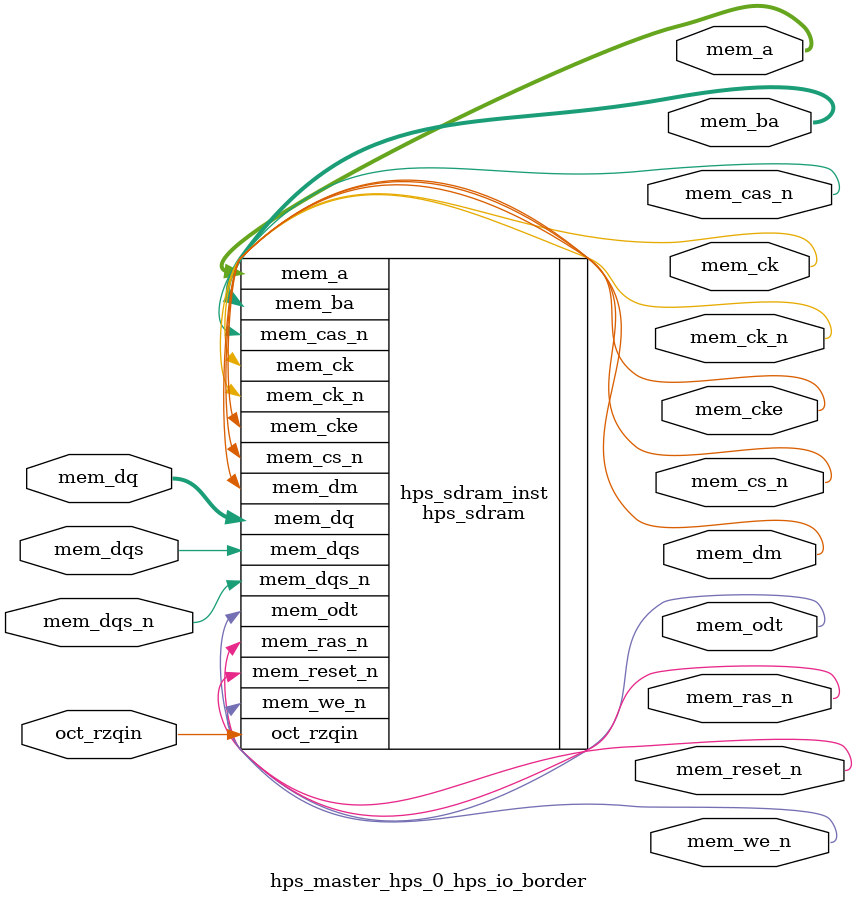
<source format=sv>


module hps_master_hps_0_hps_io_border(
// memory
  output wire [13 - 1 : 0 ] mem_a
 ,output wire [3 - 1 : 0 ] mem_ba
 ,output wire [1 - 1 : 0 ] mem_ck
 ,output wire [1 - 1 : 0 ] mem_ck_n
 ,output wire [1 - 1 : 0 ] mem_cke
 ,output wire [1 - 1 : 0 ] mem_cs_n
 ,output wire [1 - 1 : 0 ] mem_ras_n
 ,output wire [1 - 1 : 0 ] mem_cas_n
 ,output wire [1 - 1 : 0 ] mem_we_n
 ,output wire [1 - 1 : 0 ] mem_reset_n
 ,inout wire [8 - 1 : 0 ] mem_dq
 ,inout wire [1 - 1 : 0 ] mem_dqs
 ,inout wire [1 - 1 : 0 ] mem_dqs_n
 ,output wire [1 - 1 : 0 ] mem_odt
 ,output wire [1 - 1 : 0 ] mem_dm
 ,input wire [1 - 1 : 0 ] oct_rzqin
);


hps_sdram hps_sdram_inst(
 .mem_dq({
    mem_dq[7:0] // 7:0
  })
,.mem_odt({
    mem_odt[0:0] // 0:0
  })
,.mem_ras_n({
    mem_ras_n[0:0] // 0:0
  })
,.mem_dqs_n({
    mem_dqs_n[0:0] // 0:0
  })
,.mem_dqs({
    mem_dqs[0:0] // 0:0
  })
,.mem_dm({
    mem_dm[0:0] // 0:0
  })
,.mem_we_n({
    mem_we_n[0:0] // 0:0
  })
,.mem_cas_n({
    mem_cas_n[0:0] // 0:0
  })
,.mem_ba({
    mem_ba[2:0] // 2:0
  })
,.mem_a({
    mem_a[12:0] // 12:0
  })
,.mem_cs_n({
    mem_cs_n[0:0] // 0:0
  })
,.mem_ck({
    mem_ck[0:0] // 0:0
  })
,.mem_cke({
    mem_cke[0:0] // 0:0
  })
,.oct_rzqin({
    oct_rzqin[0:0] // 0:0
  })
,.mem_reset_n({
    mem_reset_n[0:0] // 0:0
  })
,.mem_ck_n({
    mem_ck_n[0:0] // 0:0
  })
);

endmodule


</source>
